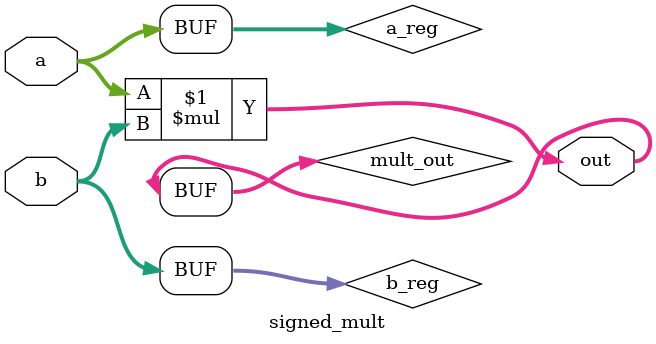
<source format=v>
module signed_mult (a, b, out);

	output 		[17:0]	out;
	input signed	[8:0] 	a;
	input signed	[8:0] 	b;

	reg			[8:0] 	a_reg;
	reg	signed	[8:0] 	b_reg;
	reg	signed	[17:0]	out;

	wire 	signed	[17:0]	mult_out;

	assign mult_out = a_reg * b_reg;

	always@ *
	begin
		a_reg <= a;
		b_reg <= b;
		out <= mult_out;
	end

endmodule
</source>
